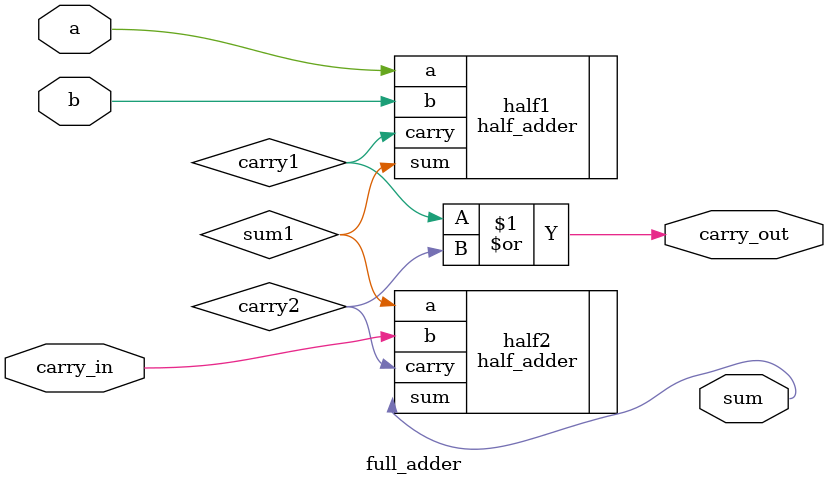
<source format=v>
`timescale 1ns/1ps

module full_adder(
    input a,
    input b,
    input carry_in,
    output sum,
    output carry_out
);

	wire sum1;
	wire carry1;
	wire carry2;

	half_adder half1 (.a(a), .b(b), .sum(sum1), .carry(carry1));

	half_adder half2 (.a(sum1), .b(carry_in), .sum(sum), .carry(carry2));

	assign carry_out = carry1 | carry2;

endmodule

</source>
